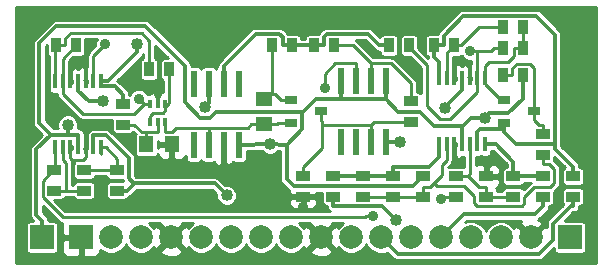
<source format=gtl>
%FSLAX34Y34*%
G04 Gerber Fmt 3.4, Leading zero omitted, Abs format*
G04 (created by PCBNEW (2013-12-24 BZR 4575)-product) date 2014-01-25 4:15:43 PM*
%MOIN*%
G01*
G70*
G90*
G04 APERTURE LIST*
%ADD10C,0.005906*%
%ADD11R,0.015700X0.031400*%
%ADD12R,0.045000X0.055000*%
%ADD13R,0.055000X0.045000*%
%ADD14R,0.039400X0.027600*%
%ADD15R,0.078700X0.078700*%
%ADD16C,0.078700*%
%ADD17R,0.011800X0.051200*%
%ADD18R,0.023600X0.086600*%
%ADD19R,0.045000X0.032000*%
%ADD20R,0.032000X0.045000*%
%ADD21C,0.040000*%
%ADD22C,0.035000*%
%ADD23C,0.014000*%
%ADD24C,0.012000*%
%ADD25C,0.010000*%
G04 APERTURE END LIST*
G54D10*
G54D11*
X44395Y-50064D03*
X44650Y-50064D03*
X44905Y-50064D03*
X44905Y-49436D03*
X44650Y-49436D03*
X44395Y-49436D03*
G54D12*
X45125Y-50800D03*
X44275Y-50800D03*
G54D13*
X48200Y-50125D03*
X48200Y-49275D03*
G54D14*
X50100Y-49700D03*
X49100Y-50075D03*
X49100Y-49325D03*
X57200Y-49700D03*
X56200Y-50075D03*
X56200Y-49325D03*
G54D15*
X40800Y-53900D03*
X58400Y-53900D03*
X42100Y-53900D03*
G54D16*
X43100Y-53900D03*
X44100Y-53900D03*
X45100Y-53900D03*
X46100Y-53900D03*
X47100Y-53900D03*
X48100Y-53900D03*
X49100Y-53900D03*
X50100Y-53900D03*
X51100Y-53900D03*
X52100Y-53900D03*
X53100Y-53900D03*
X54100Y-53900D03*
X55100Y-53900D03*
X56100Y-53900D03*
X57100Y-53900D03*
G54D17*
X55560Y-48600D03*
X55310Y-48600D03*
X55050Y-48600D03*
X54800Y-48600D03*
X54540Y-48600D03*
X54285Y-48600D03*
X54030Y-48600D03*
X54030Y-50800D03*
X54285Y-50800D03*
X54540Y-50800D03*
X54800Y-50800D03*
X55055Y-50800D03*
X55310Y-50800D03*
X55565Y-50800D03*
X42760Y-48700D03*
X42510Y-48700D03*
X42250Y-48700D03*
X42000Y-48700D03*
X41740Y-48700D03*
X41485Y-48700D03*
X41230Y-48700D03*
X41230Y-50900D03*
X41485Y-50900D03*
X41740Y-50900D03*
X42000Y-50900D03*
X42255Y-50900D03*
X42510Y-50900D03*
X42765Y-50900D03*
G54D18*
X52250Y-48677D03*
X51750Y-48677D03*
X51250Y-48677D03*
X50750Y-48677D03*
X50750Y-50723D03*
X51250Y-50723D03*
X51750Y-50723D03*
X52250Y-50723D03*
X45850Y-50823D03*
X46350Y-50823D03*
X46850Y-50823D03*
X47350Y-50823D03*
X47350Y-48777D03*
X46850Y-48777D03*
X46350Y-48777D03*
X45850Y-48777D03*
G54D19*
X50500Y-52535D03*
X50500Y-51865D03*
X57500Y-52535D03*
X57500Y-51865D03*
X58500Y-52535D03*
X58500Y-51865D03*
X49500Y-52535D03*
X49500Y-51865D03*
X52500Y-52535D03*
X52500Y-51865D03*
G54D20*
X50535Y-47500D03*
X49865Y-47500D03*
X48465Y-47500D03*
X49135Y-47500D03*
G54D19*
X53500Y-51865D03*
X53500Y-52535D03*
X57500Y-50465D03*
X57500Y-51135D03*
G54D20*
X56835Y-48500D03*
X56165Y-48500D03*
X44365Y-48300D03*
X45035Y-48300D03*
X54535Y-47500D03*
X53865Y-47500D03*
G54D19*
X43500Y-49465D03*
X43500Y-50135D03*
G54D20*
X56835Y-46900D03*
X56165Y-46900D03*
X56165Y-47600D03*
X56835Y-47600D03*
G54D19*
X55600Y-52535D03*
X55600Y-51865D03*
X54600Y-51865D03*
X54600Y-52535D03*
X56500Y-51865D03*
X56500Y-52535D03*
G54D20*
X52365Y-47500D03*
X53035Y-47500D03*
G54D19*
X51500Y-52535D03*
X51500Y-51865D03*
X53100Y-49365D03*
X53100Y-50035D03*
G54D20*
X41935Y-47500D03*
X41265Y-47500D03*
G54D19*
X41200Y-52335D03*
X41200Y-51665D03*
X42200Y-51665D03*
X42200Y-52335D03*
X43300Y-52335D03*
X43300Y-51665D03*
G54D21*
X54229Y-49570D03*
X42821Y-49362D03*
X46230Y-49545D03*
X52734Y-50731D03*
X41650Y-50150D03*
X48400Y-50800D03*
X55559Y-49921D03*
X43965Y-47447D03*
G54D22*
X51917Y-46834D03*
X47132Y-51567D03*
X54629Y-51401D03*
X54799Y-48062D03*
X41826Y-48161D03*
X44200Y-51500D03*
X42100Y-52850D03*
X56000Y-51350D03*
X49500Y-52900D03*
X44650Y-49050D03*
X42900Y-47453D03*
X44020Y-49267D03*
X50219Y-48926D03*
X55061Y-47676D03*
G54D21*
X46950Y-52500D03*
G54D22*
X51832Y-53197D03*
X54083Y-52622D03*
G54D21*
X52600Y-53318D03*
G54D23*
X54229Y-49566D02*
X54229Y-49570D01*
X54800Y-48996D02*
X54229Y-49566D01*
X54800Y-48600D02*
X54800Y-48996D01*
X42000Y-49007D02*
X42000Y-48700D01*
X42354Y-49362D02*
X42000Y-49007D01*
X42821Y-49362D02*
X42354Y-49362D01*
X46350Y-49425D02*
X46230Y-49545D01*
X46350Y-48777D02*
X46350Y-49425D01*
X52725Y-50722D02*
X52734Y-50731D01*
X52250Y-50722D02*
X52725Y-50722D01*
X46350Y-48777D02*
X46350Y-48777D01*
X52250Y-50722D02*
X52250Y-50722D01*
X52674Y-49704D02*
X52250Y-49280D01*
X53406Y-49704D02*
X52674Y-49704D01*
X53875Y-50174D02*
X53406Y-49704D01*
X54751Y-50174D02*
X53875Y-50174D01*
X54800Y-50222D02*
X54751Y-50174D01*
X41095Y-50474D02*
X41650Y-50474D01*
X41650Y-50474D02*
X41650Y-50150D01*
X49429Y-49715D02*
X49467Y-49752D01*
X46584Y-49715D02*
X49429Y-49715D01*
X46383Y-49915D02*
X46584Y-49715D01*
X46077Y-49915D02*
X46383Y-49915D01*
X45561Y-49400D02*
X46077Y-49915D01*
X45561Y-48188D02*
X45561Y-49400D01*
X44230Y-46857D02*
X45561Y-48188D01*
X41279Y-46857D02*
X44230Y-46857D01*
X40705Y-47432D02*
X41279Y-46857D01*
X40705Y-50083D02*
X40705Y-47432D01*
X41095Y-50474D02*
X40705Y-50083D01*
X42000Y-50474D02*
X41650Y-50474D01*
X42000Y-50900D02*
X42000Y-50474D01*
X40603Y-50966D02*
X41095Y-50474D01*
X40603Y-53139D02*
X40603Y-50966D01*
X40800Y-53336D02*
X40603Y-53139D01*
X40800Y-53900D02*
X40800Y-53336D01*
X54800Y-50800D02*
X54800Y-50222D01*
X52250Y-49280D02*
X50750Y-49280D01*
X49939Y-49280D02*
X50750Y-49280D01*
X49467Y-49752D02*
X49939Y-49280D01*
X55100Y-49921D02*
X54800Y-50222D01*
X55559Y-49921D02*
X55100Y-49921D01*
X49467Y-50291D02*
X48950Y-50808D01*
X49467Y-49752D02*
X49467Y-50291D01*
X48950Y-50808D02*
X48400Y-50800D01*
X56835Y-48500D02*
X56835Y-48887D01*
X55713Y-49766D02*
X55559Y-49921D01*
X56344Y-49766D02*
X55713Y-49766D01*
X56835Y-49275D02*
X56344Y-49766D01*
X56835Y-48887D02*
X56835Y-49275D01*
X56835Y-48887D02*
X56835Y-48500D01*
X56835Y-48887D02*
X56835Y-48887D01*
X53169Y-52195D02*
X53370Y-51994D01*
X49199Y-52195D02*
X53169Y-52195D01*
X48950Y-51945D02*
X49199Y-52195D01*
X48950Y-50808D02*
X48950Y-51945D01*
X53370Y-51994D02*
X53500Y-51864D01*
X53370Y-51994D02*
X53500Y-51865D01*
X53370Y-51994D02*
X53370Y-51994D01*
X47364Y-50808D02*
X47350Y-50822D01*
X48400Y-50800D02*
X47364Y-50808D01*
X47350Y-50822D02*
X47350Y-50822D01*
X50750Y-48677D02*
X50750Y-49280D01*
X50750Y-48677D02*
X50750Y-48677D01*
X52250Y-48677D02*
X52250Y-49280D01*
X52250Y-48677D02*
X52250Y-48677D01*
G54D24*
X49135Y-47500D02*
X49865Y-47500D01*
X46850Y-48183D02*
X46850Y-48777D01*
X47918Y-47114D02*
X46850Y-48183D01*
X48709Y-47114D02*
X47918Y-47114D01*
X48814Y-47219D02*
X48709Y-47114D01*
X48814Y-47500D02*
X48814Y-47219D01*
X49135Y-47500D02*
X48814Y-47500D01*
X46850Y-48777D02*
X46850Y-48777D01*
X50185Y-47500D02*
X49865Y-47500D01*
X50185Y-47219D02*
X50185Y-47500D01*
X50290Y-47114D02*
X50185Y-47219D01*
X51659Y-47114D02*
X50290Y-47114D01*
X52044Y-47500D02*
X51659Y-47114D01*
X52364Y-47500D02*
X52044Y-47500D01*
X52364Y-47500D02*
X52365Y-47500D01*
X42996Y-48700D02*
X42760Y-48700D01*
X43965Y-47730D02*
X42996Y-48700D01*
X43965Y-47447D02*
X43965Y-47730D01*
X43500Y-49144D02*
X43500Y-49464D01*
X43218Y-48862D02*
X43500Y-49144D01*
X42759Y-48862D02*
X43218Y-48862D01*
X42759Y-48700D02*
X42759Y-48862D01*
X42760Y-48700D02*
X42759Y-48700D01*
X43500Y-49464D02*
X43500Y-49465D01*
G54D25*
X41740Y-51256D02*
X41740Y-50900D01*
X41790Y-51306D02*
X41740Y-51256D01*
X42179Y-51306D02*
X41790Y-51306D01*
X42255Y-51230D02*
X42179Y-51306D01*
X42255Y-50900D02*
X42255Y-51230D01*
X46850Y-50823D02*
X46850Y-51356D01*
X46850Y-51356D02*
X47061Y-51567D01*
X47061Y-51567D02*
X47132Y-51567D01*
X54540Y-50800D02*
X54540Y-51156D01*
X54540Y-51156D02*
X54629Y-51245D01*
X54629Y-51245D02*
X54629Y-51401D01*
X55050Y-48600D02*
X55050Y-48244D01*
X54868Y-48062D02*
X54799Y-48062D01*
X55050Y-48244D02*
X54868Y-48062D01*
X41740Y-48700D02*
X41740Y-48344D01*
X41740Y-48344D02*
X41826Y-48257D01*
X41826Y-48257D02*
X41826Y-48161D01*
X55855Y-51350D02*
X56000Y-51350D01*
X55600Y-51605D02*
X55855Y-51350D01*
X55600Y-51864D02*
X55600Y-51605D01*
X49500Y-52535D02*
X49500Y-52900D01*
X44650Y-49435D02*
X44650Y-49050D01*
X41740Y-48522D02*
X41740Y-48700D01*
X52437Y-48093D02*
X51750Y-48093D01*
X53100Y-48757D02*
X52437Y-48093D01*
X53100Y-49364D02*
X53100Y-48757D01*
X51750Y-48677D02*
X51750Y-48677D01*
X51750Y-48677D02*
X51750Y-48093D01*
X51155Y-47500D02*
X51750Y-48093D01*
X50535Y-47500D02*
X51155Y-47500D01*
X50535Y-47500D02*
X50535Y-47500D01*
X53100Y-49365D02*
X53100Y-49364D01*
X50146Y-50139D02*
X51750Y-50139D01*
X50100Y-49988D02*
X50100Y-49700D01*
X50146Y-50035D02*
X50100Y-49988D01*
X50146Y-50139D02*
X50146Y-50035D01*
X53100Y-50035D02*
X53099Y-50035D01*
X51854Y-50035D02*
X51750Y-50139D01*
X53099Y-50035D02*
X51854Y-50035D01*
X53099Y-50035D02*
X53100Y-50035D01*
X50146Y-50907D02*
X50146Y-50139D01*
X49500Y-51554D02*
X50146Y-50907D01*
X49500Y-51864D02*
X49500Y-51554D01*
X49500Y-51864D02*
X49500Y-51865D01*
X51750Y-50722D02*
X51750Y-50139D01*
X51750Y-50722D02*
X51750Y-50722D01*
X51500Y-52535D02*
X51500Y-52535D01*
X51500Y-52535D02*
X51500Y-52535D01*
X57500Y-51135D02*
X57500Y-51135D01*
X51500Y-52535D02*
X52500Y-52535D01*
X53500Y-52535D02*
X53500Y-52535D01*
X52500Y-52535D02*
X53500Y-52535D01*
X52500Y-52535D02*
X52500Y-52535D01*
X53875Y-52087D02*
X53878Y-52090D01*
X53737Y-52224D02*
X53875Y-52087D01*
X53500Y-52224D02*
X53737Y-52224D01*
X53500Y-52535D02*
X53500Y-52224D01*
X57500Y-51445D02*
X57500Y-51135D01*
X57693Y-51445D02*
X57500Y-51445D01*
X57875Y-51626D02*
X57693Y-51445D01*
X57875Y-52088D02*
X57875Y-51626D01*
X57739Y-52224D02*
X57875Y-52088D01*
X57209Y-52224D02*
X57739Y-52224D01*
X56875Y-52559D02*
X57209Y-52224D01*
X56875Y-52757D02*
X56875Y-52559D01*
X56787Y-52845D02*
X56875Y-52757D01*
X55283Y-52845D02*
X56787Y-52845D01*
X55199Y-52761D02*
X55283Y-52845D01*
X55199Y-52510D02*
X55199Y-52761D01*
X54863Y-52175D02*
X55199Y-52510D01*
X53962Y-52175D02*
X54863Y-52175D01*
X53878Y-52090D02*
X53962Y-52175D01*
X54285Y-51332D02*
X54285Y-50800D01*
X54139Y-51477D02*
X54285Y-51332D01*
X54139Y-51829D02*
X54139Y-51477D01*
X53878Y-52090D02*
X54139Y-51829D01*
X42510Y-47843D02*
X42900Y-47453D01*
X42510Y-48700D02*
X42510Y-47843D01*
X44391Y-49439D02*
X44394Y-49435D01*
X44391Y-49439D02*
X44395Y-49435D01*
X44391Y-49439D02*
X44391Y-49439D01*
X41485Y-47950D02*
X41485Y-48700D01*
X41935Y-47500D02*
X41485Y-47950D01*
X43862Y-49775D02*
X44194Y-49442D01*
X42154Y-49775D02*
X43862Y-49775D01*
X41485Y-49106D02*
X42154Y-49775D01*
X44020Y-49267D02*
X44194Y-49442D01*
X44388Y-49442D02*
X44391Y-49439D01*
X44194Y-49442D02*
X44388Y-49442D01*
X41485Y-48700D02*
X41485Y-49106D01*
X41230Y-47535D02*
X41265Y-47500D01*
X41230Y-48700D02*
X41230Y-47535D01*
X44364Y-47335D02*
X44364Y-47893D01*
X44115Y-47085D02*
X44364Y-47335D01*
X41751Y-47085D02*
X44115Y-47085D01*
X41575Y-47262D02*
X41751Y-47085D01*
X41575Y-47500D02*
X41575Y-47262D01*
X41265Y-47500D02*
X41575Y-47500D01*
X44364Y-47893D02*
X44364Y-48300D01*
X44365Y-47893D02*
X44365Y-48300D01*
X44364Y-47893D02*
X44365Y-47893D01*
X41229Y-48700D02*
X41230Y-48700D01*
X51250Y-48093D02*
X51250Y-48677D01*
X50563Y-48093D02*
X51250Y-48093D01*
X50219Y-48438D02*
X50563Y-48093D01*
X50219Y-48926D02*
X50219Y-48438D01*
X51250Y-48677D02*
X51250Y-48677D01*
X44905Y-50064D02*
X44905Y-50217D01*
X44905Y-50217D02*
X44905Y-50064D01*
X44905Y-50217D02*
X44905Y-50217D01*
X46350Y-50822D02*
X46350Y-50239D01*
X45264Y-50239D02*
X46350Y-50239D01*
X45133Y-50371D02*
X45264Y-50239D01*
X44905Y-50371D02*
X45133Y-50371D01*
X44905Y-50217D02*
X44905Y-50371D01*
X49100Y-50075D02*
X49100Y-50074D01*
X48200Y-50125D02*
X48200Y-50125D01*
X47774Y-50125D02*
X48200Y-50125D01*
X47659Y-50239D02*
X47774Y-50125D01*
X46350Y-50239D02*
X47659Y-50239D01*
X48675Y-50074D02*
X49100Y-50074D01*
X48625Y-50125D02*
X48675Y-50074D01*
X48200Y-50125D02*
X48625Y-50125D01*
X49100Y-49325D02*
X49099Y-49325D01*
X48552Y-49125D02*
X48464Y-49125D01*
X48752Y-49325D02*
X48552Y-49125D01*
X49099Y-49325D02*
X48752Y-49325D01*
X49099Y-49325D02*
X49100Y-49325D01*
X48275Y-49200D02*
X48200Y-49275D01*
X48350Y-49125D02*
X48275Y-49200D01*
X48464Y-49125D02*
X48350Y-49125D01*
X48275Y-49200D02*
X48200Y-49274D01*
X48464Y-47500D02*
X48464Y-48312D01*
X48464Y-48312D02*
X48464Y-49125D01*
X48465Y-48312D02*
X48465Y-47500D01*
X48464Y-48312D02*
X48465Y-48312D01*
X55559Y-48193D02*
X55559Y-48495D01*
X55705Y-48048D02*
X55559Y-48193D01*
X56314Y-48048D02*
X55705Y-48048D01*
X56524Y-47837D02*
X56314Y-48048D01*
X56524Y-47600D02*
X56524Y-47837D01*
X56835Y-47600D02*
X56524Y-47600D01*
X55560Y-48495D02*
X55560Y-48600D01*
X55559Y-48495D02*
X55560Y-48495D01*
X56088Y-49325D02*
X56199Y-49325D01*
X55559Y-48796D02*
X56088Y-49325D01*
X55559Y-48495D02*
X55559Y-48796D01*
X56199Y-49325D02*
X56200Y-49325D01*
X56199Y-49325D02*
X56200Y-49325D01*
X56835Y-46900D02*
X56835Y-47250D01*
X56835Y-47600D02*
X56835Y-47600D01*
X56835Y-47250D02*
X56835Y-47600D01*
X56835Y-47249D02*
X56835Y-46900D01*
X56835Y-47250D02*
X56835Y-47249D01*
X56164Y-48500D02*
X56165Y-48500D01*
X57200Y-48257D02*
X57200Y-49700D01*
X57063Y-48121D02*
X57200Y-48257D01*
X56615Y-48121D02*
X57063Y-48121D01*
X56475Y-48262D02*
X56615Y-48121D01*
X56475Y-48500D02*
X56475Y-48262D01*
X56165Y-48500D02*
X56475Y-48500D01*
X57200Y-49988D02*
X57200Y-49700D01*
X57366Y-50154D02*
X57200Y-49988D01*
X57500Y-50154D02*
X57366Y-50154D01*
X57500Y-50464D02*
X57500Y-50154D01*
X57500Y-50464D02*
X57500Y-50465D01*
X45035Y-49420D02*
X45035Y-48562D01*
X44905Y-49550D02*
X45035Y-49420D01*
X45035Y-48562D02*
X45035Y-48300D01*
X45035Y-48562D02*
X45035Y-48300D01*
X45035Y-48562D02*
X45035Y-48562D01*
X44905Y-49550D02*
X44905Y-49493D01*
X44905Y-49493D02*
X44905Y-49435D01*
X44905Y-49492D02*
X44905Y-49435D01*
X44905Y-49493D02*
X44905Y-49492D01*
X44394Y-49855D02*
X44394Y-49907D01*
X44500Y-49750D02*
X44394Y-49855D01*
X44820Y-49750D02*
X44500Y-49750D01*
X44905Y-49664D02*
X44820Y-49750D01*
X44905Y-49550D02*
X44905Y-49664D01*
X44394Y-49907D02*
X44394Y-49959D01*
X44395Y-49907D02*
X44395Y-50064D01*
X44394Y-49907D02*
X44395Y-49907D01*
X43500Y-50135D02*
X43500Y-50135D01*
X44114Y-50374D02*
X44274Y-50374D01*
X43875Y-50135D02*
X44114Y-50374D01*
X43500Y-50135D02*
X43875Y-50135D01*
X43500Y-50135D02*
X43500Y-50135D01*
X44274Y-50800D02*
X44274Y-50587D01*
X44274Y-50587D02*
X44274Y-50374D01*
X44275Y-50587D02*
X44275Y-50800D01*
X44274Y-50587D02*
X44275Y-50587D01*
X44646Y-50374D02*
X44274Y-50374D01*
X44650Y-50371D02*
X44646Y-50374D01*
X44650Y-50064D02*
X44650Y-50371D01*
X44650Y-50064D02*
X44650Y-50064D01*
X53035Y-47564D02*
X53035Y-47500D01*
X53035Y-47564D02*
X53035Y-47564D01*
X53622Y-48152D02*
X53035Y-47564D01*
X53622Y-49509D02*
X53622Y-48152D01*
X54052Y-49940D02*
X53622Y-49509D01*
X54407Y-49940D02*
X54052Y-49940D01*
X56165Y-47600D02*
X56164Y-47600D01*
X55310Y-49037D02*
X54407Y-49940D01*
X55310Y-48600D02*
X55310Y-49037D01*
X55050Y-47688D02*
X55061Y-47676D01*
X55777Y-47676D02*
X55305Y-47676D01*
X55854Y-47600D02*
X55777Y-47676D01*
X56164Y-47600D02*
X55854Y-47600D01*
X55305Y-47676D02*
X55061Y-47676D01*
X55310Y-47681D02*
X55310Y-48600D01*
X55305Y-47676D02*
X55310Y-47681D01*
X56500Y-52535D02*
X56499Y-52535D01*
X55600Y-52535D02*
X55600Y-52535D01*
X56499Y-52535D02*
X55600Y-52535D01*
X56499Y-52535D02*
X56500Y-52535D01*
X54600Y-51864D02*
X54600Y-51864D01*
X54600Y-51864D02*
X54600Y-51865D01*
X55055Y-51799D02*
X54989Y-51864D01*
X55055Y-50800D02*
X55055Y-51799D01*
X55349Y-52224D02*
X54989Y-51864D01*
X55600Y-52224D02*
X55349Y-52224D01*
X55600Y-52535D02*
X55600Y-52224D01*
X54989Y-51864D02*
X54600Y-51864D01*
X56164Y-46900D02*
X56165Y-46900D01*
X55357Y-46900D02*
X56164Y-46900D01*
X54757Y-47500D02*
X55357Y-46900D01*
X54535Y-47500D02*
X54757Y-47500D01*
X54535Y-47500D02*
X54535Y-47500D01*
X54285Y-47750D02*
X54285Y-48600D01*
X54535Y-47500D02*
X54285Y-47750D01*
X43300Y-51405D02*
X43300Y-51665D01*
X43300Y-51276D02*
X43300Y-51405D01*
X42924Y-50900D02*
X43300Y-51276D01*
X42765Y-50900D02*
X42924Y-50900D01*
X42200Y-51665D02*
X43300Y-51665D01*
X42764Y-51103D02*
X42764Y-50900D01*
X42765Y-51103D02*
X42765Y-50900D01*
X42764Y-51103D02*
X42765Y-51103D01*
X42199Y-52335D02*
X42200Y-52335D01*
X42199Y-52335D02*
X42200Y-52335D01*
X41200Y-52335D02*
X41200Y-52335D01*
X41200Y-52335D02*
X41200Y-52335D01*
X41200Y-52335D02*
X41589Y-52335D01*
X41589Y-52335D02*
X42199Y-52335D01*
X41589Y-51411D02*
X41485Y-51306D01*
X41589Y-52335D02*
X41589Y-51411D01*
X41485Y-50900D02*
X41485Y-51306D01*
G54D24*
X55565Y-50800D02*
X55564Y-50800D01*
X55931Y-50800D02*
X55565Y-50800D01*
X56500Y-51368D02*
X55931Y-50800D01*
X56500Y-51864D02*
X56500Y-51368D01*
X56500Y-51864D02*
X56500Y-51864D01*
X56500Y-51864D02*
X56500Y-51865D01*
X57500Y-51864D02*
X57499Y-51864D01*
X57499Y-51864D02*
X56500Y-51864D01*
X57499Y-51864D02*
X57500Y-51865D01*
X54870Y-53129D02*
X54100Y-53900D01*
X57225Y-53129D02*
X54870Y-53129D01*
X57500Y-52855D02*
X57225Y-53129D01*
X57500Y-52535D02*
X57500Y-52855D01*
X57500Y-52535D02*
X57500Y-52535D01*
X43300Y-52335D02*
X43300Y-52335D01*
X43300Y-52335D02*
X43300Y-52335D01*
X43644Y-52335D02*
X43867Y-52112D01*
X43300Y-52335D02*
X43644Y-52335D01*
X46550Y-52100D02*
X46950Y-52500D01*
X43879Y-52100D02*
X46550Y-52100D01*
X43867Y-52112D02*
X43879Y-52100D01*
X42921Y-50483D02*
X42510Y-50483D01*
X43686Y-51249D02*
X42921Y-50483D01*
X43686Y-51931D02*
X43686Y-51249D01*
X43867Y-52112D02*
X43686Y-51931D01*
X42510Y-50900D02*
X42510Y-50483D01*
G54D25*
X41230Y-51635D02*
X41200Y-51665D01*
X41230Y-50900D02*
X41230Y-51635D01*
X51585Y-53197D02*
X51832Y-53197D01*
X51557Y-53225D02*
X51585Y-53197D01*
X41485Y-53225D02*
X51557Y-53225D01*
X40824Y-52564D02*
X41485Y-53225D01*
X40824Y-52002D02*
X40824Y-52564D01*
X41200Y-51627D02*
X40824Y-52002D01*
X41200Y-51664D02*
X41200Y-51627D01*
X54137Y-52622D02*
X54083Y-52622D01*
X54224Y-52535D02*
X54137Y-52622D01*
X54600Y-52535D02*
X54224Y-52535D01*
X41229Y-51052D02*
X41229Y-50900D01*
X41230Y-51052D02*
X41230Y-50900D01*
X41229Y-51052D02*
X41230Y-51052D01*
X41200Y-51665D02*
X41200Y-51664D01*
X54600Y-52535D02*
X54600Y-52535D01*
G54D24*
X57895Y-50940D02*
X57895Y-50785D01*
X58500Y-51544D02*
X57895Y-50940D01*
X58500Y-51864D02*
X58500Y-51544D01*
X56200Y-50075D02*
X56200Y-50074D01*
X54185Y-47500D02*
X53865Y-47500D01*
X54185Y-47176D02*
X54185Y-47500D01*
X54846Y-46514D02*
X54185Y-47176D01*
X57268Y-46514D02*
X54846Y-46514D01*
X57895Y-47141D02*
X57268Y-46514D01*
X57895Y-50785D02*
X57895Y-47141D01*
X58500Y-51865D02*
X58500Y-51864D01*
X56200Y-50373D02*
X56200Y-50281D01*
X56612Y-50785D02*
X56200Y-50373D01*
X57895Y-50785D02*
X56612Y-50785D01*
X56200Y-50281D02*
X56200Y-50075D01*
X55412Y-50281D02*
X55310Y-50383D01*
X56200Y-50281D02*
X55412Y-50281D01*
X55310Y-50800D02*
X55310Y-50383D01*
X54029Y-48050D02*
X54029Y-48325D01*
X53864Y-47885D02*
X54029Y-48050D01*
X53864Y-47500D02*
X53864Y-47885D01*
X53865Y-47500D02*
X53864Y-47500D01*
X54029Y-48325D02*
X54029Y-48600D01*
X54030Y-48325D02*
X54030Y-48600D01*
X54029Y-48325D02*
X54030Y-48325D01*
X52653Y-54453D02*
X52100Y-53900D01*
X57360Y-54453D02*
X52653Y-54453D01*
X57827Y-53986D02*
X57360Y-54453D01*
X57827Y-53447D02*
X57827Y-53986D01*
X58420Y-52855D02*
X57827Y-53447D01*
X58500Y-52855D02*
X58420Y-52855D01*
X58500Y-52535D02*
X58500Y-52855D01*
X58500Y-52535D02*
X58500Y-52535D01*
X51500Y-51865D02*
X51500Y-51864D01*
X50500Y-51864D02*
X51500Y-51864D01*
X52500Y-51865D02*
X52500Y-51864D01*
X51500Y-51864D02*
X52500Y-51864D01*
X50500Y-51865D02*
X50500Y-51864D01*
X54029Y-51216D02*
X54029Y-51008D01*
X53701Y-51544D02*
X54029Y-51216D01*
X52500Y-51544D02*
X53701Y-51544D01*
X52500Y-51864D02*
X52500Y-51544D01*
X54029Y-51008D02*
X54029Y-50800D01*
X54030Y-51007D02*
X54030Y-50800D01*
X54029Y-51008D02*
X54030Y-51007D01*
X52136Y-52855D02*
X52600Y-53318D01*
X50500Y-52855D02*
X52136Y-52855D01*
X50500Y-52535D02*
X50500Y-52855D01*
X50500Y-52535D02*
X50500Y-52535D01*
G54D10*
G36*
X41789Y-50950D02*
X41769Y-50950D01*
X41769Y-50957D01*
X41710Y-50957D01*
X41710Y-50950D01*
X41694Y-50950D01*
X41694Y-50850D01*
X41710Y-50850D01*
X41710Y-50842D01*
X41769Y-50842D01*
X41769Y-50850D01*
X41780Y-50850D01*
X41780Y-50900D01*
X41789Y-50950D01*
X41789Y-50950D01*
G37*
G54D25*
X41789Y-50950D02*
X41769Y-50950D01*
X41769Y-50957D01*
X41710Y-50957D01*
X41710Y-50950D01*
X41694Y-50950D01*
X41694Y-50850D01*
X41710Y-50850D01*
X41710Y-50842D01*
X41769Y-50842D01*
X41769Y-50850D01*
X41780Y-50850D01*
X41780Y-50900D01*
X41789Y-50950D01*
G54D10*
G36*
X42617Y-47285D02*
X42575Y-47388D01*
X42574Y-47495D01*
X42368Y-47702D01*
X42325Y-47767D01*
X42310Y-47843D01*
X42310Y-48226D01*
X42279Y-48256D01*
X42279Y-48650D01*
X42301Y-48650D01*
X42301Y-48750D01*
X42279Y-48750D01*
X42279Y-48757D01*
X42220Y-48757D01*
X42220Y-48750D01*
X42220Y-48750D01*
X42220Y-48700D01*
X42210Y-48650D01*
X42220Y-48650D01*
X42220Y-48256D01*
X42158Y-48194D01*
X42141Y-48194D01*
X42049Y-48232D01*
X41995Y-48286D01*
X41940Y-48232D01*
X41848Y-48194D01*
X41832Y-48194D01*
X41769Y-48256D01*
X41769Y-48650D01*
X41789Y-48650D01*
X41780Y-48700D01*
X41780Y-48750D01*
X41769Y-48750D01*
X41769Y-48757D01*
X41710Y-48757D01*
X41710Y-48750D01*
X41694Y-48750D01*
X41694Y-48650D01*
X41710Y-48650D01*
X41710Y-48256D01*
X41685Y-48231D01*
X41685Y-48032D01*
X41842Y-47875D01*
X42124Y-47875D01*
X42179Y-47852D01*
X42222Y-47809D01*
X42245Y-47754D01*
X42245Y-47695D01*
X42245Y-47285D01*
X42617Y-47285D01*
X42617Y-47285D01*
G37*
G54D25*
X42617Y-47285D02*
X42575Y-47388D01*
X42574Y-47495D01*
X42368Y-47702D01*
X42325Y-47767D01*
X42310Y-47843D01*
X42310Y-48226D01*
X42279Y-48256D01*
X42279Y-48650D01*
X42301Y-48650D01*
X42301Y-48750D01*
X42279Y-48750D01*
X42279Y-48757D01*
X42220Y-48757D01*
X42220Y-48750D01*
X42220Y-48750D01*
X42220Y-48700D01*
X42210Y-48650D01*
X42220Y-48650D01*
X42220Y-48256D01*
X42158Y-48194D01*
X42141Y-48194D01*
X42049Y-48232D01*
X41995Y-48286D01*
X41940Y-48232D01*
X41848Y-48194D01*
X41832Y-48194D01*
X41769Y-48256D01*
X41769Y-48650D01*
X41789Y-48650D01*
X41780Y-48700D01*
X41780Y-48750D01*
X41769Y-48750D01*
X41769Y-48757D01*
X41710Y-48757D01*
X41710Y-48750D01*
X41694Y-48750D01*
X41694Y-48650D01*
X41710Y-48650D01*
X41710Y-48256D01*
X41685Y-48231D01*
X41685Y-48032D01*
X41842Y-47875D01*
X42124Y-47875D01*
X42179Y-47852D01*
X42222Y-47809D01*
X42245Y-47754D01*
X42245Y-47695D01*
X42245Y-47285D01*
X42617Y-47285D01*
G54D10*
G36*
X44987Y-47925D02*
X44845Y-47925D01*
X44790Y-47947D01*
X44747Y-47990D01*
X44725Y-48045D01*
X44725Y-48104D01*
X44725Y-48554D01*
X44747Y-48609D01*
X44790Y-48652D01*
X44835Y-48670D01*
X44835Y-49052D01*
X44778Y-49029D01*
X44751Y-49029D01*
X44689Y-49091D01*
X44689Y-49218D01*
X44676Y-49249D01*
X44676Y-49308D01*
X44676Y-49493D01*
X44623Y-49493D01*
X44623Y-49249D01*
X44610Y-49218D01*
X44610Y-49091D01*
X44548Y-49029D01*
X44521Y-49029D01*
X44429Y-49067D01*
X44367Y-49129D01*
X44314Y-49129D01*
X44295Y-49083D01*
X44204Y-48992D01*
X44085Y-48942D01*
X43955Y-48942D01*
X43836Y-48992D01*
X43744Y-49083D01*
X43714Y-49155D01*
X43710Y-49155D01*
X43710Y-49144D01*
X43694Y-49064D01*
X43648Y-48996D01*
X43366Y-48714D01*
X43313Y-48679D01*
X44114Y-47878D01*
X44159Y-47810D01*
X44164Y-47784D01*
X44164Y-47893D01*
X44164Y-47929D01*
X44120Y-47947D01*
X44077Y-47990D01*
X44055Y-48045D01*
X44055Y-48104D01*
X44055Y-48554D01*
X44077Y-48609D01*
X44120Y-48652D01*
X44175Y-48675D01*
X44234Y-48675D01*
X44554Y-48675D01*
X44609Y-48652D01*
X44652Y-48609D01*
X44675Y-48554D01*
X44675Y-48495D01*
X44675Y-48045D01*
X44652Y-47990D01*
X44609Y-47947D01*
X44565Y-47929D01*
X44565Y-47893D01*
X44564Y-47893D01*
X44564Y-47893D01*
X44564Y-47502D01*
X44987Y-47925D01*
X44987Y-47925D01*
G37*
G54D25*
X44987Y-47925D02*
X44845Y-47925D01*
X44790Y-47947D01*
X44747Y-47990D01*
X44725Y-48045D01*
X44725Y-48104D01*
X44725Y-48554D01*
X44747Y-48609D01*
X44790Y-48652D01*
X44835Y-48670D01*
X44835Y-49052D01*
X44778Y-49029D01*
X44751Y-49029D01*
X44689Y-49091D01*
X44689Y-49218D01*
X44676Y-49249D01*
X44676Y-49308D01*
X44676Y-49493D01*
X44623Y-49493D01*
X44623Y-49249D01*
X44610Y-49218D01*
X44610Y-49091D01*
X44548Y-49029D01*
X44521Y-49029D01*
X44429Y-49067D01*
X44367Y-49129D01*
X44314Y-49129D01*
X44295Y-49083D01*
X44204Y-48992D01*
X44085Y-48942D01*
X43955Y-48942D01*
X43836Y-48992D01*
X43744Y-49083D01*
X43714Y-49155D01*
X43710Y-49155D01*
X43710Y-49144D01*
X43694Y-49064D01*
X43648Y-48996D01*
X43366Y-48714D01*
X43313Y-48679D01*
X44114Y-47878D01*
X44159Y-47810D01*
X44164Y-47784D01*
X44164Y-47893D01*
X44164Y-47929D01*
X44120Y-47947D01*
X44077Y-47990D01*
X44055Y-48045D01*
X44055Y-48104D01*
X44055Y-48554D01*
X44077Y-48609D01*
X44120Y-48652D01*
X44175Y-48675D01*
X44234Y-48675D01*
X44554Y-48675D01*
X44609Y-48652D01*
X44652Y-48609D01*
X44675Y-48554D01*
X44675Y-48495D01*
X44675Y-48045D01*
X44652Y-47990D01*
X44609Y-47947D01*
X44565Y-47929D01*
X44565Y-47893D01*
X44564Y-47893D01*
X44564Y-47893D01*
X44564Y-47502D01*
X44987Y-47925D01*
G54D10*
G36*
X50383Y-53025D02*
X49975Y-53025D01*
X49975Y-52744D01*
X49975Y-52647D01*
X49912Y-52585D01*
X49550Y-52585D01*
X49550Y-52882D01*
X49612Y-52945D01*
X49675Y-52945D01*
X49774Y-52945D01*
X49866Y-52906D01*
X49936Y-52836D01*
X49975Y-52744D01*
X49975Y-53025D01*
X49450Y-53025D01*
X49450Y-52882D01*
X49450Y-52585D01*
X49087Y-52585D01*
X49025Y-52647D01*
X49025Y-52744D01*
X49063Y-52836D01*
X49133Y-52906D01*
X49225Y-52945D01*
X49324Y-52945D01*
X49387Y-52945D01*
X49450Y-52882D01*
X49450Y-53025D01*
X41567Y-53025D01*
X41187Y-52645D01*
X41454Y-52645D01*
X41509Y-52622D01*
X41552Y-52579D01*
X41570Y-52535D01*
X41589Y-52535D01*
X41829Y-52535D01*
X41847Y-52579D01*
X41890Y-52622D01*
X41945Y-52645D01*
X42004Y-52645D01*
X42454Y-52645D01*
X42509Y-52622D01*
X42552Y-52579D01*
X42575Y-52524D01*
X42575Y-52465D01*
X42575Y-52145D01*
X42552Y-52090D01*
X42509Y-52047D01*
X42454Y-52025D01*
X42395Y-52025D01*
X41945Y-52025D01*
X41890Y-52047D01*
X41847Y-52090D01*
X41829Y-52135D01*
X41789Y-52135D01*
X41789Y-51411D01*
X41788Y-51406D01*
X41790Y-51406D01*
X41790Y-51364D01*
X41832Y-51406D01*
X41848Y-51406D01*
X41871Y-51396D01*
X41847Y-51420D01*
X41825Y-51475D01*
X41825Y-51534D01*
X41825Y-51854D01*
X41847Y-51909D01*
X41890Y-51952D01*
X41945Y-51975D01*
X42004Y-51975D01*
X42454Y-51975D01*
X42509Y-51952D01*
X42552Y-51909D01*
X42570Y-51865D01*
X42929Y-51865D01*
X42947Y-51909D01*
X42990Y-51952D01*
X43045Y-51975D01*
X43104Y-51975D01*
X43485Y-51975D01*
X43492Y-52012D01*
X43501Y-52025D01*
X43495Y-52025D01*
X43045Y-52025D01*
X42990Y-52047D01*
X42947Y-52090D01*
X42925Y-52145D01*
X42925Y-52204D01*
X42925Y-52524D01*
X42947Y-52579D01*
X42990Y-52622D01*
X43045Y-52645D01*
X43104Y-52645D01*
X43554Y-52645D01*
X43609Y-52622D01*
X43652Y-52579D01*
X43668Y-52540D01*
X43725Y-52529D01*
X43793Y-52483D01*
X43966Y-52310D01*
X46463Y-52310D01*
X46600Y-52447D01*
X46599Y-52569D01*
X46653Y-52698D01*
X46751Y-52796D01*
X46880Y-52849D01*
X47019Y-52850D01*
X47148Y-52796D01*
X47246Y-52698D01*
X47299Y-52569D01*
X47300Y-52430D01*
X47246Y-52302D01*
X47148Y-52203D01*
X47019Y-52150D01*
X46896Y-52149D01*
X46698Y-51951D01*
X46630Y-51905D01*
X46550Y-51890D01*
X43941Y-51890D01*
X43896Y-51844D01*
X43896Y-51249D01*
X43880Y-51169D01*
X43835Y-51100D01*
X43069Y-50335D01*
X43001Y-50289D01*
X42921Y-50273D01*
X42510Y-50273D01*
X42429Y-50289D01*
X42361Y-50335D01*
X42315Y-50403D01*
X42310Y-50430D01*
X42284Y-50456D01*
X42284Y-50850D01*
X42300Y-50850D01*
X42300Y-50900D01*
X42301Y-50905D01*
X42301Y-50950D01*
X42284Y-50950D01*
X42284Y-50957D01*
X42225Y-50957D01*
X42225Y-50950D01*
X42210Y-50950D01*
X42220Y-50900D01*
X42220Y-50850D01*
X42225Y-50850D01*
X42225Y-50456D01*
X42214Y-50445D01*
X42203Y-50389D01*
X42155Y-50318D01*
X42084Y-50270D01*
X42000Y-50254D01*
X41985Y-50254D01*
X41999Y-50219D01*
X42000Y-50080D01*
X41946Y-49952D01*
X41848Y-49853D01*
X41719Y-49800D01*
X41580Y-49799D01*
X41452Y-49853D01*
X41353Y-49951D01*
X41300Y-50080D01*
X41299Y-50219D01*
X41314Y-50254D01*
X41186Y-50254D01*
X40925Y-49992D01*
X40925Y-47523D01*
X40955Y-47493D01*
X40955Y-47754D01*
X40977Y-47809D01*
X41020Y-47852D01*
X41030Y-47856D01*
X41030Y-48392D01*
X41021Y-48414D01*
X41021Y-48473D01*
X41021Y-48985D01*
X41043Y-49040D01*
X41086Y-49083D01*
X41141Y-49106D01*
X41200Y-49106D01*
X41285Y-49106D01*
X41285Y-49106D01*
X41300Y-49182D01*
X41343Y-49247D01*
X42012Y-49916D01*
X42077Y-49959D01*
X42154Y-49975D01*
X43125Y-49975D01*
X43125Y-50004D01*
X43125Y-50324D01*
X43147Y-50379D01*
X43190Y-50422D01*
X43245Y-50445D01*
X43304Y-50445D01*
X43754Y-50445D01*
X43809Y-50422D01*
X43844Y-50387D01*
X43915Y-50458D01*
X43900Y-50495D01*
X43900Y-50554D01*
X43900Y-51104D01*
X43922Y-51159D01*
X43965Y-51202D01*
X44020Y-51225D01*
X44079Y-51225D01*
X44529Y-51225D01*
X44584Y-51202D01*
X44627Y-51159D01*
X44650Y-51104D01*
X44650Y-51124D01*
X44688Y-51216D01*
X44758Y-51286D01*
X44850Y-51325D01*
X45012Y-51325D01*
X45075Y-51262D01*
X45075Y-50850D01*
X44712Y-50850D01*
X44650Y-50912D01*
X44650Y-50687D01*
X44712Y-50750D01*
X45075Y-50750D01*
X45075Y-50742D01*
X45175Y-50742D01*
X45175Y-50750D01*
X45182Y-50750D01*
X45182Y-50850D01*
X45175Y-50850D01*
X45175Y-51262D01*
X45237Y-51325D01*
X45399Y-51325D01*
X45491Y-51286D01*
X45561Y-51216D01*
X45582Y-51168D01*
X45582Y-51285D01*
X45604Y-51340D01*
X45647Y-51383D01*
X45702Y-51406D01*
X45761Y-51406D01*
X45997Y-51406D01*
X46052Y-51383D01*
X46095Y-51340D01*
X46099Y-51329D01*
X46104Y-51340D01*
X46147Y-51383D01*
X46202Y-51406D01*
X46261Y-51406D01*
X46497Y-51406D01*
X46519Y-51396D01*
X46520Y-51397D01*
X46590Y-51467D01*
X46682Y-51506D01*
X46737Y-51506D01*
X46800Y-51443D01*
X46800Y-50873D01*
X46792Y-50873D01*
X46792Y-50773D01*
X46800Y-50773D01*
X46800Y-50765D01*
X46900Y-50765D01*
X46900Y-50773D01*
X46907Y-50773D01*
X46907Y-50873D01*
X46900Y-50873D01*
X46900Y-51443D01*
X46962Y-51506D01*
X47017Y-51506D01*
X47109Y-51467D01*
X47179Y-51397D01*
X47180Y-51396D01*
X47202Y-51406D01*
X47261Y-51406D01*
X47497Y-51406D01*
X47552Y-51383D01*
X47595Y-51340D01*
X47618Y-51285D01*
X47618Y-51226D01*
X47618Y-51026D01*
X48127Y-51022D01*
X48201Y-51096D01*
X48330Y-51149D01*
X48469Y-51150D01*
X48598Y-51096D01*
X48670Y-51024D01*
X48730Y-51025D01*
X48730Y-51945D01*
X48746Y-52029D01*
X48794Y-52101D01*
X49025Y-52331D01*
X49025Y-52422D01*
X49087Y-52485D01*
X49450Y-52485D01*
X49450Y-52477D01*
X49550Y-52477D01*
X49550Y-52485D01*
X49912Y-52485D01*
X49975Y-52422D01*
X49975Y-52415D01*
X50125Y-52415D01*
X50125Y-52724D01*
X50147Y-52779D01*
X50190Y-52822D01*
X50245Y-52845D01*
X50290Y-52845D01*
X50290Y-52855D01*
X50305Y-52935D01*
X50351Y-53003D01*
X50383Y-53025D01*
X50383Y-53025D01*
G37*
G54D25*
X50383Y-53025D02*
X49975Y-53025D01*
X49975Y-52744D01*
X49975Y-52647D01*
X49912Y-52585D01*
X49550Y-52585D01*
X49550Y-52882D01*
X49612Y-52945D01*
X49675Y-52945D01*
X49774Y-52945D01*
X49866Y-52906D01*
X49936Y-52836D01*
X49975Y-52744D01*
X49975Y-53025D01*
X49450Y-53025D01*
X49450Y-52882D01*
X49450Y-52585D01*
X49087Y-52585D01*
X49025Y-52647D01*
X49025Y-52744D01*
X49063Y-52836D01*
X49133Y-52906D01*
X49225Y-52945D01*
X49324Y-52945D01*
X49387Y-52945D01*
X49450Y-52882D01*
X49450Y-53025D01*
X41567Y-53025D01*
X41187Y-52645D01*
X41454Y-52645D01*
X41509Y-52622D01*
X41552Y-52579D01*
X41570Y-52535D01*
X41589Y-52535D01*
X41829Y-52535D01*
X41847Y-52579D01*
X41890Y-52622D01*
X41945Y-52645D01*
X42004Y-52645D01*
X42454Y-52645D01*
X42509Y-52622D01*
X42552Y-52579D01*
X42575Y-52524D01*
X42575Y-52465D01*
X42575Y-52145D01*
X42552Y-52090D01*
X42509Y-52047D01*
X42454Y-52025D01*
X42395Y-52025D01*
X41945Y-52025D01*
X41890Y-52047D01*
X41847Y-52090D01*
X41829Y-52135D01*
X41789Y-52135D01*
X41789Y-51411D01*
X41788Y-51406D01*
X41790Y-51406D01*
X41790Y-51364D01*
X41832Y-51406D01*
X41848Y-51406D01*
X41871Y-51396D01*
X41847Y-51420D01*
X41825Y-51475D01*
X41825Y-51534D01*
X41825Y-51854D01*
X41847Y-51909D01*
X41890Y-51952D01*
X41945Y-51975D01*
X42004Y-51975D01*
X42454Y-51975D01*
X42509Y-51952D01*
X42552Y-51909D01*
X42570Y-51865D01*
X42929Y-51865D01*
X42947Y-51909D01*
X42990Y-51952D01*
X43045Y-51975D01*
X43104Y-51975D01*
X43485Y-51975D01*
X43492Y-52012D01*
X43501Y-52025D01*
X43495Y-52025D01*
X43045Y-52025D01*
X42990Y-52047D01*
X42947Y-52090D01*
X42925Y-52145D01*
X42925Y-52204D01*
X42925Y-52524D01*
X42947Y-52579D01*
X42990Y-52622D01*
X43045Y-52645D01*
X43104Y-52645D01*
X43554Y-52645D01*
X43609Y-52622D01*
X43652Y-52579D01*
X43668Y-52540D01*
X43725Y-52529D01*
X43793Y-52483D01*
X43966Y-52310D01*
X46463Y-52310D01*
X46600Y-52447D01*
X46599Y-52569D01*
X46653Y-52698D01*
X46751Y-52796D01*
X46880Y-52849D01*
X47019Y-52850D01*
X47148Y-52796D01*
X47246Y-52698D01*
X47299Y-52569D01*
X47300Y-52430D01*
X47246Y-52302D01*
X47148Y-52203D01*
X47019Y-52150D01*
X46896Y-52149D01*
X46698Y-51951D01*
X46630Y-51905D01*
X46550Y-51890D01*
X43941Y-51890D01*
X43896Y-51844D01*
X43896Y-51249D01*
X43880Y-51169D01*
X43835Y-51100D01*
X43069Y-50335D01*
X43001Y-50289D01*
X42921Y-50273D01*
X42510Y-50273D01*
X42429Y-50289D01*
X42361Y-50335D01*
X42315Y-50403D01*
X42310Y-50430D01*
X42284Y-50456D01*
X42284Y-50850D01*
X42300Y-50850D01*
X42300Y-50900D01*
X42301Y-50905D01*
X42301Y-50950D01*
X42284Y-50950D01*
X42284Y-50957D01*
X42225Y-50957D01*
X42225Y-50950D01*
X42210Y-50950D01*
X42220Y-50900D01*
X42220Y-50850D01*
X42225Y-50850D01*
X42225Y-50456D01*
X42214Y-50445D01*
X42203Y-50389D01*
X42155Y-50318D01*
X42084Y-50270D01*
X42000Y-50254D01*
X41985Y-50254D01*
X41999Y-50219D01*
X42000Y-50080D01*
X41946Y-49952D01*
X41848Y-49853D01*
X41719Y-49800D01*
X41580Y-49799D01*
X41452Y-49853D01*
X41353Y-49951D01*
X41300Y-50080D01*
X41299Y-50219D01*
X41314Y-50254D01*
X41186Y-50254D01*
X40925Y-49992D01*
X40925Y-47523D01*
X40955Y-47493D01*
X40955Y-47754D01*
X40977Y-47809D01*
X41020Y-47852D01*
X41030Y-47856D01*
X41030Y-48392D01*
X41021Y-48414D01*
X41021Y-48473D01*
X41021Y-48985D01*
X41043Y-49040D01*
X41086Y-49083D01*
X41141Y-49106D01*
X41200Y-49106D01*
X41285Y-49106D01*
X41285Y-49106D01*
X41300Y-49182D01*
X41343Y-49247D01*
X42012Y-49916D01*
X42077Y-49959D01*
X42154Y-49975D01*
X43125Y-49975D01*
X43125Y-50004D01*
X43125Y-50324D01*
X43147Y-50379D01*
X43190Y-50422D01*
X43245Y-50445D01*
X43304Y-50445D01*
X43754Y-50445D01*
X43809Y-50422D01*
X43844Y-50387D01*
X43915Y-50458D01*
X43900Y-50495D01*
X43900Y-50554D01*
X43900Y-51104D01*
X43922Y-51159D01*
X43965Y-51202D01*
X44020Y-51225D01*
X44079Y-51225D01*
X44529Y-51225D01*
X44584Y-51202D01*
X44627Y-51159D01*
X44650Y-51104D01*
X44650Y-51124D01*
X44688Y-51216D01*
X44758Y-51286D01*
X44850Y-51325D01*
X45012Y-51325D01*
X45075Y-51262D01*
X45075Y-50850D01*
X44712Y-50850D01*
X44650Y-50912D01*
X44650Y-50687D01*
X44712Y-50750D01*
X45075Y-50750D01*
X45075Y-50742D01*
X45175Y-50742D01*
X45175Y-50750D01*
X45182Y-50750D01*
X45182Y-50850D01*
X45175Y-50850D01*
X45175Y-51262D01*
X45237Y-51325D01*
X45399Y-51325D01*
X45491Y-51286D01*
X45561Y-51216D01*
X45582Y-51168D01*
X45582Y-51285D01*
X45604Y-51340D01*
X45647Y-51383D01*
X45702Y-51406D01*
X45761Y-51406D01*
X45997Y-51406D01*
X46052Y-51383D01*
X46095Y-51340D01*
X46099Y-51329D01*
X46104Y-51340D01*
X46147Y-51383D01*
X46202Y-51406D01*
X46261Y-51406D01*
X46497Y-51406D01*
X46519Y-51396D01*
X46520Y-51397D01*
X46590Y-51467D01*
X46682Y-51506D01*
X46737Y-51506D01*
X46800Y-51443D01*
X46800Y-50873D01*
X46792Y-50873D01*
X46792Y-50773D01*
X46800Y-50773D01*
X46800Y-50765D01*
X46900Y-50765D01*
X46900Y-50773D01*
X46907Y-50773D01*
X46907Y-50873D01*
X46900Y-50873D01*
X46900Y-51443D01*
X46962Y-51506D01*
X47017Y-51506D01*
X47109Y-51467D01*
X47179Y-51397D01*
X47180Y-51396D01*
X47202Y-51406D01*
X47261Y-51406D01*
X47497Y-51406D01*
X47552Y-51383D01*
X47595Y-51340D01*
X47618Y-51285D01*
X47618Y-51226D01*
X47618Y-51026D01*
X48127Y-51022D01*
X48201Y-51096D01*
X48330Y-51149D01*
X48469Y-51150D01*
X48598Y-51096D01*
X48670Y-51024D01*
X48730Y-51025D01*
X48730Y-51945D01*
X48746Y-52029D01*
X48794Y-52101D01*
X49025Y-52331D01*
X49025Y-52422D01*
X49087Y-52485D01*
X49450Y-52485D01*
X49450Y-52477D01*
X49550Y-52477D01*
X49550Y-52485D01*
X49912Y-52485D01*
X49975Y-52422D01*
X49975Y-52415D01*
X50125Y-52415D01*
X50125Y-52724D01*
X50147Y-52779D01*
X50190Y-52822D01*
X50245Y-52845D01*
X50290Y-52845D01*
X50290Y-52855D01*
X50305Y-52935D01*
X50351Y-53003D01*
X50383Y-53025D01*
G54D10*
G36*
X54855Y-51555D02*
X54854Y-51555D01*
X54795Y-51555D01*
X54345Y-51555D01*
X54426Y-51473D01*
X54469Y-51409D01*
X54469Y-51409D01*
X54472Y-51396D01*
X54484Y-51332D01*
X54485Y-51332D01*
X54485Y-51269D01*
X54510Y-51243D01*
X54510Y-50850D01*
X54494Y-50850D01*
X54494Y-50750D01*
X54510Y-50750D01*
X54510Y-50742D01*
X54569Y-50742D01*
X54569Y-50750D01*
X54580Y-50750D01*
X54580Y-50800D01*
X54589Y-50850D01*
X54569Y-50850D01*
X54569Y-51243D01*
X54632Y-51306D01*
X54648Y-51306D01*
X54740Y-51267D01*
X54802Y-51206D01*
X54855Y-51206D01*
X54855Y-51555D01*
X54855Y-51555D01*
G37*
G54D25*
X54855Y-51555D02*
X54854Y-51555D01*
X54795Y-51555D01*
X54345Y-51555D01*
X54426Y-51473D01*
X54469Y-51409D01*
X54469Y-51409D01*
X54472Y-51396D01*
X54484Y-51332D01*
X54485Y-51332D01*
X54485Y-51269D01*
X54510Y-51243D01*
X54510Y-50850D01*
X54494Y-50850D01*
X54494Y-50750D01*
X54510Y-50750D01*
X54510Y-50742D01*
X54569Y-50742D01*
X54569Y-50750D01*
X54580Y-50750D01*
X54580Y-50800D01*
X54589Y-50850D01*
X54569Y-50850D01*
X54569Y-51243D01*
X54632Y-51306D01*
X54648Y-51306D01*
X54740Y-51267D01*
X54802Y-51206D01*
X54855Y-51206D01*
X54855Y-51555D01*
G54D10*
G36*
X55110Y-48126D02*
X55079Y-48156D01*
X55079Y-48550D01*
X55101Y-48550D01*
X55101Y-48650D01*
X55079Y-48650D01*
X55079Y-48657D01*
X55020Y-48657D01*
X55020Y-48650D01*
X55020Y-48650D01*
X55020Y-48600D01*
X55010Y-48550D01*
X55020Y-48550D01*
X55020Y-48156D01*
X54958Y-48094D01*
X54941Y-48094D01*
X54849Y-48132D01*
X54795Y-48186D01*
X54740Y-48132D01*
X54648Y-48094D01*
X54632Y-48094D01*
X54569Y-48156D01*
X54569Y-48550D01*
X54589Y-48550D01*
X54580Y-48600D01*
X54580Y-48650D01*
X54569Y-48650D01*
X54569Y-48657D01*
X54510Y-48657D01*
X54510Y-48650D01*
X54494Y-48650D01*
X54494Y-48550D01*
X54510Y-48550D01*
X54510Y-48156D01*
X54485Y-48131D01*
X54485Y-47875D01*
X54724Y-47875D01*
X54779Y-47852D01*
X54781Y-47850D01*
X54785Y-47860D01*
X54877Y-47952D01*
X54996Y-48001D01*
X55110Y-48001D01*
X55110Y-48126D01*
X55110Y-48126D01*
G37*
G54D25*
X55110Y-48126D02*
X55079Y-48156D01*
X55079Y-48550D01*
X55101Y-48550D01*
X55101Y-48650D01*
X55079Y-48650D01*
X55079Y-48657D01*
X55020Y-48657D01*
X55020Y-48650D01*
X55020Y-48650D01*
X55020Y-48600D01*
X55010Y-48550D01*
X55020Y-48550D01*
X55020Y-48156D01*
X54958Y-48094D01*
X54941Y-48094D01*
X54849Y-48132D01*
X54795Y-48186D01*
X54740Y-48132D01*
X54648Y-48094D01*
X54632Y-48094D01*
X54569Y-48156D01*
X54569Y-48550D01*
X54589Y-48550D01*
X54580Y-48600D01*
X54580Y-48650D01*
X54569Y-48650D01*
X54569Y-48657D01*
X54510Y-48657D01*
X54510Y-48650D01*
X54494Y-48650D01*
X54494Y-48550D01*
X54510Y-48550D01*
X54510Y-48156D01*
X54485Y-48131D01*
X54485Y-47875D01*
X54724Y-47875D01*
X54779Y-47852D01*
X54781Y-47850D01*
X54785Y-47860D01*
X54877Y-47952D01*
X54996Y-48001D01*
X55110Y-48001D01*
X55110Y-48126D01*
G54D10*
G36*
X57080Y-52074D02*
X57068Y-52083D01*
X56854Y-52296D01*
X56852Y-52290D01*
X56809Y-52247D01*
X56754Y-52225D01*
X56695Y-52225D01*
X56245Y-52225D01*
X56190Y-52247D01*
X56147Y-52290D01*
X56129Y-52335D01*
X55970Y-52335D01*
X55952Y-52290D01*
X55918Y-52256D01*
X55966Y-52236D01*
X56036Y-52166D01*
X56075Y-52074D01*
X56075Y-51977D01*
X56075Y-51752D01*
X56075Y-51655D01*
X56036Y-51563D01*
X55966Y-51493D01*
X55874Y-51455D01*
X55775Y-51455D01*
X55712Y-51455D01*
X55650Y-51517D01*
X55650Y-51815D01*
X56012Y-51815D01*
X56075Y-51752D01*
X56075Y-51977D01*
X56012Y-51915D01*
X55650Y-51915D01*
X55650Y-51922D01*
X55550Y-51922D01*
X55550Y-51915D01*
X55542Y-51915D01*
X55542Y-51815D01*
X55550Y-51815D01*
X55550Y-51517D01*
X55487Y-51455D01*
X55424Y-51455D01*
X55325Y-51455D01*
X55255Y-51484D01*
X55255Y-51206D01*
X55280Y-51206D01*
X55398Y-51206D01*
X55437Y-51189D01*
X55476Y-51206D01*
X55535Y-51206D01*
X55653Y-51206D01*
X55708Y-51183D01*
X55751Y-51140D01*
X55774Y-51085D01*
X55774Y-51026D01*
X55774Y-51010D01*
X55844Y-51010D01*
X56290Y-51455D01*
X56290Y-51555D01*
X56245Y-51555D01*
X56190Y-51577D01*
X56147Y-51620D01*
X56125Y-51675D01*
X56125Y-51734D01*
X56125Y-52054D01*
X56147Y-52109D01*
X56190Y-52152D01*
X56245Y-52175D01*
X56304Y-52175D01*
X56754Y-52175D01*
X56809Y-52152D01*
X56852Y-52109D01*
X56866Y-52074D01*
X57080Y-52074D01*
X57080Y-52074D01*
G37*
G54D25*
X57080Y-52074D02*
X57068Y-52083D01*
X56854Y-52296D01*
X56852Y-52290D01*
X56809Y-52247D01*
X56754Y-52225D01*
X56695Y-52225D01*
X56245Y-52225D01*
X56190Y-52247D01*
X56147Y-52290D01*
X56129Y-52335D01*
X55970Y-52335D01*
X55952Y-52290D01*
X55918Y-52256D01*
X55966Y-52236D01*
X56036Y-52166D01*
X56075Y-52074D01*
X56075Y-51977D01*
X56075Y-51752D01*
X56075Y-51655D01*
X56036Y-51563D01*
X55966Y-51493D01*
X55874Y-51455D01*
X55775Y-51455D01*
X55712Y-51455D01*
X55650Y-51517D01*
X55650Y-51815D01*
X56012Y-51815D01*
X56075Y-51752D01*
X56075Y-51977D01*
X56012Y-51915D01*
X55650Y-51915D01*
X55650Y-51922D01*
X55550Y-51922D01*
X55550Y-51915D01*
X55542Y-51915D01*
X55542Y-51815D01*
X55550Y-51815D01*
X55550Y-51517D01*
X55487Y-51455D01*
X55424Y-51455D01*
X55325Y-51455D01*
X55255Y-51484D01*
X55255Y-51206D01*
X55280Y-51206D01*
X55398Y-51206D01*
X55437Y-51189D01*
X55476Y-51206D01*
X55535Y-51206D01*
X55653Y-51206D01*
X55708Y-51183D01*
X55751Y-51140D01*
X55774Y-51085D01*
X55774Y-51026D01*
X55774Y-51010D01*
X55844Y-51010D01*
X56290Y-51455D01*
X56290Y-51555D01*
X56245Y-51555D01*
X56190Y-51577D01*
X56147Y-51620D01*
X56125Y-51675D01*
X56125Y-51734D01*
X56125Y-52054D01*
X56147Y-52109D01*
X56190Y-52152D01*
X56245Y-52175D01*
X56304Y-52175D01*
X56754Y-52175D01*
X56809Y-52152D01*
X56852Y-52109D01*
X56866Y-52074D01*
X57080Y-52074D01*
G54D10*
G36*
X59279Y-54751D02*
X58943Y-54751D01*
X58943Y-54323D01*
X58943Y-54263D01*
X58943Y-53476D01*
X58920Y-53421D01*
X58878Y-53379D01*
X58823Y-53356D01*
X58763Y-53356D01*
X58215Y-53356D01*
X58508Y-53063D01*
X58580Y-53049D01*
X58648Y-53003D01*
X58694Y-52935D01*
X58710Y-52855D01*
X58710Y-52845D01*
X58754Y-52845D01*
X58809Y-52822D01*
X58852Y-52779D01*
X58875Y-52724D01*
X58875Y-52665D01*
X58875Y-52345D01*
X58852Y-52290D01*
X58809Y-52247D01*
X58754Y-52225D01*
X58695Y-52225D01*
X58245Y-52225D01*
X58190Y-52247D01*
X58147Y-52290D01*
X58125Y-52345D01*
X58125Y-52404D01*
X58125Y-52724D01*
X58147Y-52779D01*
X58173Y-52805D01*
X57679Y-53298D01*
X57633Y-53366D01*
X57617Y-53447D01*
X57617Y-53540D01*
X57553Y-53517D01*
X57170Y-53900D01*
X57176Y-53905D01*
X57105Y-53976D01*
X57100Y-53970D01*
X57094Y-53976D01*
X57023Y-53905D01*
X57029Y-53900D01*
X56646Y-53517D01*
X56541Y-53555D01*
X56536Y-53568D01*
X56408Y-53439D01*
X56208Y-53356D01*
X55992Y-53356D01*
X55792Y-53438D01*
X55639Y-53591D01*
X55600Y-53686D01*
X55561Y-53592D01*
X55408Y-53439D01*
X55208Y-53356D01*
X54992Y-53356D01*
X54904Y-53392D01*
X54957Y-53339D01*
X56759Y-53339D01*
X56755Y-53341D01*
X56717Y-53446D01*
X57100Y-53829D01*
X57482Y-53446D01*
X57444Y-53341D01*
X57338Y-53302D01*
X57373Y-53278D01*
X57648Y-53003D01*
X57694Y-52935D01*
X57710Y-52855D01*
X57710Y-52845D01*
X57754Y-52845D01*
X57809Y-52822D01*
X57852Y-52779D01*
X57875Y-52724D01*
X57875Y-52665D01*
X57875Y-52370D01*
X57880Y-52366D01*
X58016Y-52230D01*
X58059Y-52165D01*
X58075Y-52088D01*
X58075Y-51626D01*
X58075Y-51626D01*
X58075Y-51626D01*
X58067Y-51587D01*
X58059Y-51549D01*
X58059Y-51549D01*
X58059Y-51549D01*
X58038Y-51517D01*
X58016Y-51484D01*
X58016Y-51484D01*
X58016Y-51484D01*
X57869Y-51338D01*
X57875Y-51324D01*
X57875Y-51265D01*
X57875Y-51216D01*
X58222Y-51564D01*
X58190Y-51577D01*
X58147Y-51620D01*
X58125Y-51675D01*
X58125Y-51734D01*
X58125Y-52054D01*
X58147Y-52109D01*
X58190Y-52152D01*
X58245Y-52175D01*
X58304Y-52175D01*
X58754Y-52175D01*
X58809Y-52152D01*
X58852Y-52109D01*
X58875Y-52054D01*
X58875Y-51995D01*
X58875Y-51675D01*
X58852Y-51620D01*
X58809Y-51577D01*
X58754Y-51555D01*
X58710Y-51555D01*
X58710Y-51544D01*
X58694Y-51464D01*
X58648Y-51396D01*
X58105Y-50853D01*
X58105Y-50785D01*
X58105Y-47141D01*
X58089Y-47061D01*
X58043Y-46993D01*
X57416Y-46366D01*
X57348Y-46320D01*
X57268Y-46304D01*
X54846Y-46304D01*
X54766Y-46320D01*
X54698Y-46366D01*
X54036Y-47028D01*
X53991Y-47096D01*
X53985Y-47125D01*
X53675Y-47125D01*
X53620Y-47147D01*
X53577Y-47190D01*
X53555Y-47245D01*
X53555Y-47304D01*
X53555Y-47754D01*
X53577Y-47809D01*
X53620Y-47852D01*
X53654Y-47866D01*
X53654Y-47885D01*
X53659Y-47906D01*
X53345Y-47592D01*
X53345Y-47245D01*
X53322Y-47190D01*
X53279Y-47147D01*
X53224Y-47125D01*
X53165Y-47125D01*
X52845Y-47125D01*
X52790Y-47147D01*
X52747Y-47190D01*
X52725Y-47245D01*
X52725Y-47304D01*
X52725Y-47754D01*
X52747Y-47809D01*
X52790Y-47852D01*
X52845Y-47875D01*
X52904Y-47875D01*
X53062Y-47875D01*
X53422Y-48235D01*
X53422Y-49090D01*
X53409Y-49077D01*
X53354Y-49055D01*
X53300Y-49055D01*
X53300Y-48757D01*
X53300Y-48757D01*
X53292Y-48719D01*
X53284Y-48680D01*
X53284Y-48680D01*
X53284Y-48680D01*
X53263Y-48648D01*
X53241Y-48615D01*
X52578Y-47952D01*
X52578Y-47952D01*
X52578Y-47952D01*
X52546Y-47930D01*
X52513Y-47908D01*
X52513Y-47908D01*
X52513Y-47908D01*
X52475Y-47901D01*
X52437Y-47893D01*
X52437Y-47893D01*
X52437Y-47893D01*
X51832Y-47893D01*
X51297Y-47358D01*
X51297Y-47358D01*
X51264Y-47336D01*
X51247Y-47324D01*
X51572Y-47324D01*
X51896Y-47648D01*
X51964Y-47694D01*
X52044Y-47710D01*
X52055Y-47710D01*
X52055Y-47754D01*
X52077Y-47809D01*
X52120Y-47852D01*
X52175Y-47875D01*
X52234Y-47875D01*
X52554Y-47875D01*
X52609Y-47852D01*
X52652Y-47809D01*
X52675Y-47754D01*
X52675Y-47695D01*
X52675Y-47245D01*
X52652Y-47190D01*
X52609Y-47147D01*
X52554Y-47125D01*
X52495Y-47125D01*
X52175Y-47125D01*
X52120Y-47147D01*
X52077Y-47190D01*
X52064Y-47222D01*
X51808Y-46966D01*
X51740Y-46920D01*
X51659Y-46904D01*
X50290Y-46904D01*
X50290Y-46904D01*
X50250Y-46912D01*
X50210Y-46920D01*
X50209Y-46920D01*
X50209Y-46920D01*
X50175Y-46943D01*
X50141Y-46966D01*
X50036Y-47070D01*
X50036Y-47071D01*
X50036Y-47071D01*
X50013Y-47105D01*
X50000Y-47125D01*
X49995Y-47125D01*
X49675Y-47125D01*
X49620Y-47147D01*
X49577Y-47190D01*
X49555Y-47245D01*
X49555Y-47290D01*
X49445Y-47290D01*
X49445Y-47245D01*
X49422Y-47190D01*
X49379Y-47147D01*
X49324Y-47125D01*
X49265Y-47125D01*
X48999Y-47125D01*
X48986Y-47105D01*
X48963Y-47071D01*
X48963Y-47071D01*
X48963Y-47070D01*
X48858Y-46966D01*
X48858Y-46966D01*
X48824Y-46943D01*
X48790Y-46920D01*
X48790Y-46920D01*
X48789Y-46920D01*
X48749Y-46912D01*
X48709Y-46904D01*
X47918Y-46904D01*
X47838Y-46920D01*
X47770Y-46966D01*
X46701Y-48035D01*
X46655Y-48103D01*
X46640Y-48183D01*
X46640Y-48223D01*
X46604Y-48259D01*
X46600Y-48270D01*
X46595Y-48259D01*
X46552Y-48216D01*
X46497Y-48194D01*
X46438Y-48194D01*
X46202Y-48194D01*
X46147Y-48216D01*
X46104Y-48259D01*
X46100Y-48270D01*
X46095Y-48259D01*
X46052Y-48216D01*
X45997Y-48194D01*
X45938Y-48194D01*
X45781Y-48194D01*
X45781Y-48188D01*
X45781Y-48188D01*
X45781Y-48188D01*
X45773Y-48145D01*
X45765Y-48103D01*
X45765Y-48103D01*
X45765Y-48103D01*
X45740Y-48067D01*
X45717Y-48032D01*
X45717Y-48032D01*
X45717Y-48032D01*
X44386Y-46701D01*
X44349Y-46677D01*
X44314Y-46654D01*
X44314Y-46654D01*
X44314Y-46654D01*
X44272Y-46645D01*
X44230Y-46637D01*
X44230Y-46637D01*
X41279Y-46637D01*
X41195Y-46654D01*
X41124Y-46701D01*
X40549Y-47276D01*
X40501Y-47348D01*
X40485Y-47432D01*
X40485Y-50082D01*
X40485Y-50083D01*
X40493Y-50125D01*
X40501Y-50167D01*
X40501Y-50167D01*
X40501Y-50167D01*
X40525Y-50202D01*
X40549Y-50238D01*
X40549Y-50238D01*
X40784Y-50473D01*
X40447Y-50810D01*
X40399Y-50882D01*
X40383Y-50966D01*
X40383Y-53139D01*
X40383Y-53139D01*
X40383Y-53139D01*
X40391Y-53181D01*
X40399Y-53223D01*
X40399Y-53224D01*
X40399Y-53224D01*
X40423Y-53259D01*
X40447Y-53295D01*
X40447Y-53295D01*
X40447Y-53295D01*
X40508Y-53356D01*
X40376Y-53356D01*
X40321Y-53379D01*
X40279Y-53421D01*
X40256Y-53476D01*
X40256Y-53536D01*
X40256Y-54323D01*
X40279Y-54378D01*
X40321Y-54420D01*
X40376Y-54443D01*
X40436Y-54443D01*
X41223Y-54443D01*
X41278Y-54420D01*
X41320Y-54378D01*
X41343Y-54323D01*
X41343Y-54263D01*
X41343Y-53476D01*
X41320Y-53421D01*
X41278Y-53379D01*
X41223Y-53356D01*
X41163Y-53356D01*
X41020Y-53356D01*
X41020Y-53336D01*
X41019Y-53336D01*
X41019Y-53336D01*
X41011Y-53294D01*
X41003Y-53252D01*
X41003Y-53251D01*
X41003Y-53251D01*
X40979Y-53216D01*
X40955Y-53180D01*
X40955Y-53180D01*
X40955Y-53180D01*
X40823Y-53048D01*
X40823Y-52846D01*
X41343Y-53366D01*
X41408Y-53409D01*
X41408Y-53409D01*
X41470Y-53422D01*
X41456Y-53456D01*
X41456Y-53556D01*
X41456Y-53787D01*
X41519Y-53850D01*
X42050Y-53850D01*
X42050Y-53842D01*
X42150Y-53842D01*
X42150Y-53850D01*
X42157Y-53850D01*
X42157Y-53950D01*
X42150Y-53950D01*
X42150Y-54481D01*
X42212Y-54543D01*
X42543Y-54543D01*
X42635Y-54505D01*
X42705Y-54435D01*
X42743Y-54343D01*
X42743Y-54312D01*
X42791Y-54360D01*
X42991Y-54443D01*
X43207Y-54443D01*
X43407Y-54361D01*
X43560Y-54208D01*
X43599Y-54113D01*
X43638Y-54207D01*
X43791Y-54360D01*
X43991Y-54443D01*
X44207Y-54443D01*
X44407Y-54361D01*
X44536Y-54232D01*
X44541Y-54244D01*
X44646Y-54282D01*
X45029Y-53900D01*
X44646Y-53517D01*
X44541Y-53555D01*
X44536Y-53568D01*
X44408Y-53439D01*
X44373Y-53425D01*
X44724Y-53425D01*
X44717Y-53446D01*
X45100Y-53829D01*
X45482Y-53446D01*
X45475Y-53425D01*
X45825Y-53425D01*
X45792Y-53438D01*
X45663Y-53567D01*
X45658Y-53555D01*
X45553Y-53517D01*
X45170Y-53900D01*
X45553Y-54282D01*
X45658Y-54244D01*
X45663Y-54231D01*
X45791Y-54360D01*
X45991Y-54443D01*
X46207Y-54443D01*
X46407Y-54361D01*
X46560Y-54208D01*
X46599Y-54113D01*
X46638Y-54207D01*
X46791Y-54360D01*
X46991Y-54443D01*
X47207Y-54443D01*
X47407Y-54361D01*
X47560Y-54208D01*
X47599Y-54113D01*
X47638Y-54207D01*
X47791Y-54360D01*
X47991Y-54443D01*
X48207Y-54443D01*
X48407Y-54361D01*
X48560Y-54208D01*
X48599Y-54113D01*
X48638Y-54207D01*
X48791Y-54360D01*
X48991Y-54443D01*
X49207Y-54443D01*
X49407Y-54361D01*
X49536Y-54232D01*
X49541Y-54244D01*
X49646Y-54282D01*
X50029Y-53900D01*
X49646Y-53517D01*
X49541Y-53555D01*
X49536Y-53568D01*
X49408Y-53439D01*
X49373Y-53425D01*
X49724Y-53425D01*
X49717Y-53446D01*
X50100Y-53829D01*
X50482Y-53446D01*
X50475Y-53425D01*
X50825Y-53425D01*
X50792Y-53438D01*
X50663Y-53567D01*
X50658Y-53555D01*
X50553Y-53517D01*
X50170Y-53900D01*
X50553Y-54282D01*
X50658Y-54244D01*
X50663Y-54231D01*
X50791Y-54360D01*
X50991Y-54443D01*
X51207Y-54443D01*
X51407Y-54361D01*
X51560Y-54208D01*
X51599Y-54113D01*
X51638Y-54207D01*
X51791Y-54360D01*
X51991Y-54443D01*
X52207Y-54443D01*
X52305Y-54402D01*
X52505Y-54602D01*
X52505Y-54602D01*
X52546Y-54629D01*
X52573Y-54647D01*
X52573Y-54647D01*
X52653Y-54663D01*
X57360Y-54663D01*
X57440Y-54647D01*
X57508Y-54602D01*
X57856Y-54254D01*
X57856Y-54323D01*
X57879Y-54378D01*
X57921Y-54420D01*
X57976Y-54443D01*
X58036Y-54443D01*
X58823Y-54443D01*
X58878Y-54420D01*
X58920Y-54378D01*
X58943Y-54323D01*
X58943Y-54751D01*
X50482Y-54751D01*
X50482Y-54353D01*
X50100Y-53970D01*
X49717Y-54353D01*
X49755Y-54458D01*
X49995Y-54547D01*
X50251Y-54538D01*
X50444Y-54458D01*
X50482Y-54353D01*
X50482Y-54751D01*
X45482Y-54751D01*
X45482Y-54353D01*
X45100Y-53970D01*
X44717Y-54353D01*
X44755Y-54458D01*
X44995Y-54547D01*
X45251Y-54538D01*
X45444Y-54458D01*
X45482Y-54353D01*
X45482Y-54751D01*
X42050Y-54751D01*
X42050Y-54481D01*
X42050Y-53950D01*
X41519Y-53950D01*
X41456Y-54012D01*
X41456Y-54243D01*
X41456Y-54343D01*
X41494Y-54435D01*
X41564Y-54505D01*
X41656Y-54543D01*
X41987Y-54543D01*
X42050Y-54481D01*
X42050Y-54751D01*
X39933Y-54751D01*
X39933Y-46232D01*
X59279Y-46232D01*
X59279Y-54751D01*
X59279Y-54751D01*
G37*
G54D25*
X59279Y-54751D02*
X58943Y-54751D01*
X58943Y-54323D01*
X58943Y-54263D01*
X58943Y-53476D01*
X58920Y-53421D01*
X58878Y-53379D01*
X58823Y-53356D01*
X58763Y-53356D01*
X58215Y-53356D01*
X58508Y-53063D01*
X58580Y-53049D01*
X58648Y-53003D01*
X58694Y-52935D01*
X58710Y-52855D01*
X58710Y-52845D01*
X58754Y-52845D01*
X58809Y-52822D01*
X58852Y-52779D01*
X58875Y-52724D01*
X58875Y-52665D01*
X58875Y-52345D01*
X58852Y-52290D01*
X58809Y-52247D01*
X58754Y-52225D01*
X58695Y-52225D01*
X58245Y-52225D01*
X58190Y-52247D01*
X58147Y-52290D01*
X58125Y-52345D01*
X58125Y-52404D01*
X58125Y-52724D01*
X58147Y-52779D01*
X58173Y-52805D01*
X57679Y-53298D01*
X57633Y-53366D01*
X57617Y-53447D01*
X57617Y-53540D01*
X57553Y-53517D01*
X57170Y-53900D01*
X57176Y-53905D01*
X57105Y-53976D01*
X57100Y-53970D01*
X57094Y-53976D01*
X57023Y-53905D01*
X57029Y-53900D01*
X56646Y-53517D01*
X56541Y-53555D01*
X56536Y-53568D01*
X56408Y-53439D01*
X56208Y-53356D01*
X55992Y-53356D01*
X55792Y-53438D01*
X55639Y-53591D01*
X55600Y-53686D01*
X55561Y-53592D01*
X55408Y-53439D01*
X55208Y-53356D01*
X54992Y-53356D01*
X54904Y-53392D01*
X54957Y-53339D01*
X56759Y-53339D01*
X56755Y-53341D01*
X56717Y-53446D01*
X57100Y-53829D01*
X57482Y-53446D01*
X57444Y-53341D01*
X57338Y-53302D01*
X57373Y-53278D01*
X57648Y-53003D01*
X57694Y-52935D01*
X57710Y-52855D01*
X57710Y-52845D01*
X57754Y-52845D01*
X57809Y-52822D01*
X57852Y-52779D01*
X57875Y-52724D01*
X57875Y-52665D01*
X57875Y-52370D01*
X57880Y-52366D01*
X58016Y-52230D01*
X58059Y-52165D01*
X58075Y-52088D01*
X58075Y-51626D01*
X58075Y-51626D01*
X58075Y-51626D01*
X58067Y-51587D01*
X58059Y-51549D01*
X58059Y-51549D01*
X58059Y-51549D01*
X58038Y-51517D01*
X58016Y-51484D01*
X58016Y-51484D01*
X58016Y-51484D01*
X57869Y-51338D01*
X57875Y-51324D01*
X57875Y-51265D01*
X57875Y-51216D01*
X58222Y-51564D01*
X58190Y-51577D01*
X58147Y-51620D01*
X58125Y-51675D01*
X58125Y-51734D01*
X58125Y-52054D01*
X58147Y-52109D01*
X58190Y-52152D01*
X58245Y-52175D01*
X58304Y-52175D01*
X58754Y-52175D01*
X58809Y-52152D01*
X58852Y-52109D01*
X58875Y-52054D01*
X58875Y-51995D01*
X58875Y-51675D01*
X58852Y-51620D01*
X58809Y-51577D01*
X58754Y-51555D01*
X58710Y-51555D01*
X58710Y-51544D01*
X58694Y-51464D01*
X58648Y-51396D01*
X58105Y-50853D01*
X58105Y-50785D01*
X58105Y-47141D01*
X58089Y-47061D01*
X58043Y-46993D01*
X57416Y-46366D01*
X57348Y-46320D01*
X57268Y-46304D01*
X54846Y-46304D01*
X54766Y-46320D01*
X54698Y-46366D01*
X54036Y-47028D01*
X53991Y-47096D01*
X53985Y-47125D01*
X53675Y-47125D01*
X53620Y-47147D01*
X53577Y-47190D01*
X53555Y-47245D01*
X53555Y-47304D01*
X53555Y-47754D01*
X53577Y-47809D01*
X53620Y-47852D01*
X53654Y-47866D01*
X53654Y-47885D01*
X53659Y-47906D01*
X53345Y-47592D01*
X53345Y-47245D01*
X53322Y-47190D01*
X53279Y-47147D01*
X53224Y-47125D01*
X53165Y-47125D01*
X52845Y-47125D01*
X52790Y-47147D01*
X52747Y-47190D01*
X52725Y-47245D01*
X52725Y-47304D01*
X52725Y-47754D01*
X52747Y-47809D01*
X52790Y-47852D01*
X52845Y-47875D01*
X52904Y-47875D01*
X53062Y-47875D01*
X53422Y-48235D01*
X53422Y-49090D01*
X53409Y-49077D01*
X53354Y-49055D01*
X53300Y-49055D01*
X53300Y-48757D01*
X53300Y-48757D01*
X53292Y-48719D01*
X53284Y-48680D01*
X53284Y-48680D01*
X53284Y-48680D01*
X53263Y-48648D01*
X53241Y-48615D01*
X52578Y-47952D01*
X52578Y-47952D01*
X52578Y-47952D01*
X52546Y-47930D01*
X52513Y-47908D01*
X52513Y-47908D01*
X52513Y-47908D01*
X52475Y-47901D01*
X52437Y-47893D01*
X52437Y-47893D01*
X52437Y-47893D01*
X51832Y-47893D01*
X51297Y-47358D01*
X51297Y-47358D01*
X51264Y-47336D01*
X51247Y-47324D01*
X51572Y-47324D01*
X51896Y-47648D01*
X51964Y-47694D01*
X52044Y-47710D01*
X52055Y-47710D01*
X52055Y-47754D01*
X52077Y-47809D01*
X52120Y-47852D01*
X52175Y-47875D01*
X52234Y-47875D01*
X52554Y-47875D01*
X52609Y-47852D01*
X52652Y-47809D01*
X52675Y-47754D01*
X52675Y-47695D01*
X52675Y-47245D01*
X52652Y-47190D01*
X52609Y-47147D01*
X52554Y-47125D01*
X52495Y-47125D01*
X52175Y-47125D01*
X52120Y-47147D01*
X52077Y-47190D01*
X52064Y-47222D01*
X51808Y-46966D01*
X51740Y-46920D01*
X51659Y-46904D01*
X50290Y-46904D01*
X50290Y-46904D01*
X50250Y-46912D01*
X50210Y-46920D01*
X50209Y-46920D01*
X50209Y-46920D01*
X50175Y-46943D01*
X50141Y-46966D01*
X50036Y-47070D01*
X50036Y-47071D01*
X50036Y-47071D01*
X50013Y-47105D01*
X50000Y-47125D01*
X49995Y-47125D01*
X49675Y-47125D01*
X49620Y-47147D01*
X49577Y-47190D01*
X49555Y-47245D01*
X49555Y-47290D01*
X49445Y-47290D01*
X49445Y-47245D01*
X49422Y-47190D01*
X49379Y-47147D01*
X49324Y-47125D01*
X49265Y-47125D01*
X48999Y-47125D01*
X48986Y-47105D01*
X48963Y-47071D01*
X48963Y-47071D01*
X48963Y-47070D01*
X48858Y-46966D01*
X48858Y-46966D01*
X48824Y-46943D01*
X48790Y-46920D01*
X48790Y-46920D01*
X48789Y-46920D01*
X48749Y-46912D01*
X48709Y-46904D01*
X47918Y-46904D01*
X47838Y-46920D01*
X47770Y-46966D01*
X46701Y-48035D01*
X46655Y-48103D01*
X46640Y-48183D01*
X46640Y-48223D01*
X46604Y-48259D01*
X46600Y-48270D01*
X46595Y-48259D01*
X46552Y-48216D01*
X46497Y-48194D01*
X46438Y-48194D01*
X46202Y-48194D01*
X46147Y-48216D01*
X46104Y-48259D01*
X46100Y-48270D01*
X46095Y-48259D01*
X46052Y-48216D01*
X45997Y-48194D01*
X45938Y-48194D01*
X45781Y-48194D01*
X45781Y-48188D01*
X45781Y-48188D01*
X45781Y-48188D01*
X45773Y-48145D01*
X45765Y-48103D01*
X45765Y-48103D01*
X45765Y-48103D01*
X45740Y-48067D01*
X45717Y-48032D01*
X45717Y-48032D01*
X45717Y-48032D01*
X44386Y-46701D01*
X44349Y-46677D01*
X44314Y-46654D01*
X44314Y-46654D01*
X44314Y-46654D01*
X44272Y-46645D01*
X44230Y-46637D01*
X44230Y-46637D01*
X41279Y-46637D01*
X41195Y-46654D01*
X41124Y-46701D01*
X40549Y-47276D01*
X40501Y-47348D01*
X40485Y-47432D01*
X40485Y-50082D01*
X40485Y-50083D01*
X40493Y-50125D01*
X40501Y-50167D01*
X40501Y-50167D01*
X40501Y-50167D01*
X40525Y-50202D01*
X40549Y-50238D01*
X40549Y-50238D01*
X40784Y-50473D01*
X40447Y-50810D01*
X40399Y-50882D01*
X40383Y-50966D01*
X40383Y-53139D01*
X40383Y-53139D01*
X40383Y-53139D01*
X40391Y-53181D01*
X40399Y-53223D01*
X40399Y-53224D01*
X40399Y-53224D01*
X40423Y-53259D01*
X40447Y-53295D01*
X40447Y-53295D01*
X40447Y-53295D01*
X40508Y-53356D01*
X40376Y-53356D01*
X40321Y-53379D01*
X40279Y-53421D01*
X40256Y-53476D01*
X40256Y-53536D01*
X40256Y-54323D01*
X40279Y-54378D01*
X40321Y-54420D01*
X40376Y-54443D01*
X40436Y-54443D01*
X41223Y-54443D01*
X41278Y-54420D01*
X41320Y-54378D01*
X41343Y-54323D01*
X41343Y-54263D01*
X41343Y-53476D01*
X41320Y-53421D01*
X41278Y-53379D01*
X41223Y-53356D01*
X41163Y-53356D01*
X41020Y-53356D01*
X41020Y-53336D01*
X41019Y-53336D01*
X41019Y-53336D01*
X41011Y-53294D01*
X41003Y-53252D01*
X41003Y-53251D01*
X41003Y-53251D01*
X40979Y-53216D01*
X40955Y-53180D01*
X40955Y-53180D01*
X40955Y-53180D01*
X40823Y-53048D01*
X40823Y-52846D01*
X41343Y-53366D01*
X41408Y-53409D01*
X41408Y-53409D01*
X41470Y-53422D01*
X41456Y-53456D01*
X41456Y-53556D01*
X41456Y-53787D01*
X41519Y-53850D01*
X42050Y-53850D01*
X42050Y-53842D01*
X42150Y-53842D01*
X42150Y-53850D01*
X42157Y-53850D01*
X42157Y-53950D01*
X42150Y-53950D01*
X42150Y-54481D01*
X42212Y-54543D01*
X42543Y-54543D01*
X42635Y-54505D01*
X42705Y-54435D01*
X42743Y-54343D01*
X42743Y-54312D01*
X42791Y-54360D01*
X42991Y-54443D01*
X43207Y-54443D01*
X43407Y-54361D01*
X43560Y-54208D01*
X43599Y-54113D01*
X43638Y-54207D01*
X43791Y-54360D01*
X43991Y-54443D01*
X44207Y-54443D01*
X44407Y-54361D01*
X44536Y-54232D01*
X44541Y-54244D01*
X44646Y-54282D01*
X45029Y-53900D01*
X44646Y-53517D01*
X44541Y-53555D01*
X44536Y-53568D01*
X44408Y-53439D01*
X44373Y-53425D01*
X44724Y-53425D01*
X44717Y-53446D01*
X45100Y-53829D01*
X45482Y-53446D01*
X45475Y-53425D01*
X45825Y-53425D01*
X45792Y-53438D01*
X45663Y-53567D01*
X45658Y-53555D01*
X45553Y-53517D01*
X45170Y-53900D01*
X45553Y-54282D01*
X45658Y-54244D01*
X45663Y-54231D01*
X45791Y-54360D01*
X45991Y-54443D01*
X46207Y-54443D01*
X46407Y-54361D01*
X46560Y-54208D01*
X46599Y-54113D01*
X46638Y-54207D01*
X46791Y-54360D01*
X46991Y-54443D01*
X47207Y-54443D01*
X47407Y-54361D01*
X47560Y-54208D01*
X47599Y-54113D01*
X47638Y-54207D01*
X47791Y-54360D01*
X47991Y-54443D01*
X48207Y-54443D01*
X48407Y-54361D01*
X48560Y-54208D01*
X48599Y-54113D01*
X48638Y-54207D01*
X48791Y-54360D01*
X48991Y-54443D01*
X49207Y-54443D01*
X49407Y-54361D01*
X49536Y-54232D01*
X49541Y-54244D01*
X49646Y-54282D01*
X50029Y-53900D01*
X49646Y-53517D01*
X49541Y-53555D01*
X49536Y-53568D01*
X49408Y-53439D01*
X49373Y-53425D01*
X49724Y-53425D01*
X49717Y-53446D01*
X50100Y-53829D01*
X50482Y-53446D01*
X50475Y-53425D01*
X50825Y-53425D01*
X50792Y-53438D01*
X50663Y-53567D01*
X50658Y-53555D01*
X50553Y-53517D01*
X50170Y-53900D01*
X50553Y-54282D01*
X50658Y-54244D01*
X50663Y-54231D01*
X50791Y-54360D01*
X50991Y-54443D01*
X51207Y-54443D01*
X51407Y-54361D01*
X51560Y-54208D01*
X51599Y-54113D01*
X51638Y-54207D01*
X51791Y-54360D01*
X51991Y-54443D01*
X52207Y-54443D01*
X52305Y-54402D01*
X52505Y-54602D01*
X52505Y-54602D01*
X52546Y-54629D01*
X52573Y-54647D01*
X52573Y-54647D01*
X52653Y-54663D01*
X57360Y-54663D01*
X57440Y-54647D01*
X57508Y-54602D01*
X57856Y-54254D01*
X57856Y-54323D01*
X57879Y-54378D01*
X57921Y-54420D01*
X57976Y-54443D01*
X58036Y-54443D01*
X58823Y-54443D01*
X58878Y-54420D01*
X58920Y-54378D01*
X58943Y-54323D01*
X58943Y-54751D01*
X50482Y-54751D01*
X50482Y-54353D01*
X50100Y-53970D01*
X49717Y-54353D01*
X49755Y-54458D01*
X49995Y-54547D01*
X50251Y-54538D01*
X50444Y-54458D01*
X50482Y-54353D01*
X50482Y-54751D01*
X45482Y-54751D01*
X45482Y-54353D01*
X45100Y-53970D01*
X44717Y-54353D01*
X44755Y-54458D01*
X44995Y-54547D01*
X45251Y-54538D01*
X45444Y-54458D01*
X45482Y-54353D01*
X45482Y-54751D01*
X42050Y-54751D01*
X42050Y-54481D01*
X42050Y-53950D01*
X41519Y-53950D01*
X41456Y-54012D01*
X41456Y-54243D01*
X41456Y-54343D01*
X41494Y-54435D01*
X41564Y-54505D01*
X41656Y-54543D01*
X41987Y-54543D01*
X42050Y-54481D01*
X42050Y-54751D01*
X39933Y-54751D01*
X39933Y-46232D01*
X59279Y-46232D01*
X59279Y-54751D01*
M02*

</source>
